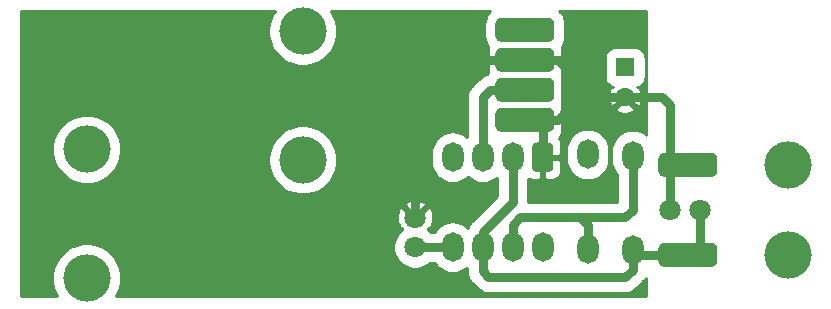
<source format=gbr>
G04 #@! TF.GenerationSoftware,KiCad,Pcbnew,5.1.5+dfsg1-2build2*
G04 #@! TF.CreationDate,2022-07-20T01:20:36+02:00*
G04 #@! TF.ProjectId,CapacitiveSensor,43617061-6369-4746-9976-6553656e736f,rev?*
G04 #@! TF.SameCoordinates,Original*
G04 #@! TF.FileFunction,Copper,L1,Top*
G04 #@! TF.FilePolarity,Positive*
%FSLAX46Y46*%
G04 Gerber Fmt 4.6, Leading zero omitted, Abs format (unit mm)*
G04 Created by KiCad (PCBNEW 5.1.5+dfsg1-2build2) date 2022-07-20 01:20:36*
%MOMM*%
%LPD*%
G04 APERTURE LIST*
%ADD10C,4.000000*%
%ADD11C,0.100000*%
%ADD12O,1.800000X2.500000*%
%ADD13C,1.800000*%
%ADD14C,1.600000*%
%ADD15R,1.600000X1.600000*%
%ADD16C,0.800000*%
%ADD17C,0.254000*%
G04 APERTURE END LIST*
D10*
X85565000Y-69830000D03*
X85565000Y-62230000D03*
G04 #@! TA.AperFunction,ComponentPad*
D11*
G36*
X79114009Y-61232408D02*
G01*
X79162545Y-61239607D01*
X79210142Y-61251530D01*
X79256342Y-61268060D01*
X79300698Y-61289039D01*
X79342785Y-61314265D01*
X79382197Y-61343495D01*
X79418553Y-61376447D01*
X79451505Y-61412803D01*
X79480735Y-61452215D01*
X79505961Y-61494302D01*
X79526940Y-61538658D01*
X79543470Y-61584858D01*
X79555393Y-61632455D01*
X79562592Y-61680991D01*
X79565000Y-61730000D01*
X79565000Y-62730000D01*
X79562592Y-62779009D01*
X79555393Y-62827545D01*
X79543470Y-62875142D01*
X79526940Y-62921342D01*
X79505961Y-62965698D01*
X79480735Y-63007785D01*
X79451505Y-63047197D01*
X79418553Y-63083553D01*
X79382197Y-63116505D01*
X79342785Y-63145735D01*
X79300698Y-63170961D01*
X79256342Y-63191940D01*
X79210142Y-63208470D01*
X79162545Y-63220393D01*
X79114009Y-63227592D01*
X79065000Y-63230000D01*
X75065000Y-63230000D01*
X75015991Y-63227592D01*
X74967455Y-63220393D01*
X74919858Y-63208470D01*
X74873658Y-63191940D01*
X74829302Y-63170961D01*
X74787215Y-63145735D01*
X74747803Y-63116505D01*
X74711447Y-63083553D01*
X74678495Y-63047197D01*
X74649265Y-63007785D01*
X74624039Y-62965698D01*
X74603060Y-62921342D01*
X74586530Y-62875142D01*
X74574607Y-62827545D01*
X74567408Y-62779009D01*
X74565000Y-62730000D01*
X74565000Y-61730000D01*
X74567408Y-61680991D01*
X74574607Y-61632455D01*
X74586530Y-61584858D01*
X74603060Y-61538658D01*
X74624039Y-61494302D01*
X74649265Y-61452215D01*
X74678495Y-61412803D01*
X74711447Y-61376447D01*
X74747803Y-61343495D01*
X74787215Y-61314265D01*
X74829302Y-61289039D01*
X74873658Y-61268060D01*
X74919858Y-61251530D01*
X74967455Y-61239607D01*
X75015991Y-61232408D01*
X75065000Y-61230000D01*
X79065000Y-61230000D01*
X79114009Y-61232408D01*
G37*
G04 #@! TD.AperFunction*
G04 #@! TA.AperFunction,ComponentPad*
G36*
X79114009Y-68852408D02*
G01*
X79162545Y-68859607D01*
X79210142Y-68871530D01*
X79256342Y-68888060D01*
X79300698Y-68909039D01*
X79342785Y-68934265D01*
X79382197Y-68963495D01*
X79418553Y-68996447D01*
X79451505Y-69032803D01*
X79480735Y-69072215D01*
X79505961Y-69114302D01*
X79526940Y-69158658D01*
X79543470Y-69204858D01*
X79555393Y-69252455D01*
X79562592Y-69300991D01*
X79565000Y-69350000D01*
X79565000Y-70350000D01*
X79562592Y-70399009D01*
X79555393Y-70447545D01*
X79543470Y-70495142D01*
X79526940Y-70541342D01*
X79505961Y-70585698D01*
X79480735Y-70627785D01*
X79451505Y-70667197D01*
X79418553Y-70703553D01*
X79382197Y-70736505D01*
X79342785Y-70765735D01*
X79300698Y-70790961D01*
X79256342Y-70811940D01*
X79210142Y-70828470D01*
X79162545Y-70840393D01*
X79114009Y-70847592D01*
X79065000Y-70850000D01*
X75065000Y-70850000D01*
X75015991Y-70847592D01*
X74967455Y-70840393D01*
X74919858Y-70828470D01*
X74873658Y-70811940D01*
X74829302Y-70790961D01*
X74787215Y-70765735D01*
X74747803Y-70736505D01*
X74711447Y-70703553D01*
X74678495Y-70667197D01*
X74649265Y-70627785D01*
X74624039Y-70585698D01*
X74603060Y-70541342D01*
X74586530Y-70495142D01*
X74574607Y-70447545D01*
X74567408Y-70399009D01*
X74565000Y-70350000D01*
X74565000Y-69350000D01*
X74567408Y-69300991D01*
X74574607Y-69252455D01*
X74586530Y-69204858D01*
X74603060Y-69158658D01*
X74624039Y-69114302D01*
X74649265Y-69072215D01*
X74678495Y-69032803D01*
X74711447Y-68996447D01*
X74747803Y-68963495D01*
X74787215Y-68934265D01*
X74829302Y-68909039D01*
X74873658Y-68888060D01*
X74919858Y-68871530D01*
X74967455Y-68859607D01*
X75015991Y-68852408D01*
X75065000Y-68850000D01*
X79065000Y-68850000D01*
X79114009Y-68852408D01*
G37*
G04 #@! TD.AperFunction*
D10*
X26170000Y-60920000D03*
X26170000Y-71820000D03*
X44470000Y-61820000D03*
X44470000Y-50920000D03*
G04 #@! TA.AperFunction,ComponentPad*
D11*
G36*
X65264108Y-60347167D02*
G01*
X65307791Y-60353647D01*
X65350628Y-60364377D01*
X65392208Y-60379254D01*
X65432129Y-60398135D01*
X65470007Y-60420839D01*
X65505477Y-60447145D01*
X65538198Y-60476802D01*
X65567855Y-60509523D01*
X65594161Y-60544993D01*
X65616865Y-60582871D01*
X65635746Y-60622792D01*
X65650623Y-60664372D01*
X65661353Y-60707209D01*
X65667833Y-60750892D01*
X65670000Y-60795000D01*
X65670000Y-62395000D01*
X65667833Y-62439108D01*
X65661353Y-62482791D01*
X65650623Y-62525628D01*
X65635746Y-62567208D01*
X65616865Y-62607129D01*
X65594161Y-62645007D01*
X65567855Y-62680477D01*
X65538198Y-62713198D01*
X65505477Y-62742855D01*
X65470007Y-62769161D01*
X65432129Y-62791865D01*
X65392208Y-62810746D01*
X65350628Y-62825623D01*
X65307791Y-62836353D01*
X65264108Y-62842833D01*
X65220000Y-62845000D01*
X64320000Y-62845000D01*
X64275892Y-62842833D01*
X64232209Y-62836353D01*
X64189372Y-62825623D01*
X64147792Y-62810746D01*
X64107871Y-62791865D01*
X64069993Y-62769161D01*
X64034523Y-62742855D01*
X64001802Y-62713198D01*
X63972145Y-62680477D01*
X63945839Y-62645007D01*
X63923135Y-62607129D01*
X63904254Y-62567208D01*
X63889377Y-62525628D01*
X63878647Y-62482791D01*
X63872167Y-62439108D01*
X63870000Y-62395000D01*
X63870000Y-60795000D01*
X63872167Y-60750892D01*
X63878647Y-60707209D01*
X63889377Y-60664372D01*
X63904254Y-60622792D01*
X63923135Y-60582871D01*
X63945839Y-60544993D01*
X63972145Y-60509523D01*
X64001802Y-60476802D01*
X64034523Y-60447145D01*
X64069993Y-60420839D01*
X64107871Y-60398135D01*
X64147792Y-60379254D01*
X64189372Y-60364377D01*
X64232209Y-60353647D01*
X64275892Y-60347167D01*
X64320000Y-60345000D01*
X65220000Y-60345000D01*
X65264108Y-60347167D01*
G37*
G04 #@! TD.AperFunction*
D12*
X57150000Y-69215000D03*
X62230000Y-61595000D03*
X59690000Y-69215000D03*
X59690000Y-61595000D03*
X62230000Y-69215000D03*
X57150000Y-61595000D03*
X64770000Y-69215000D03*
D13*
X53975000Y-69215000D03*
X53975000Y-66715000D03*
X78065000Y-66040000D03*
X75565000Y-66040000D03*
G04 #@! TA.AperFunction,ComponentPad*
D11*
G36*
X65319009Y-49802408D02*
G01*
X65367545Y-49809607D01*
X65415142Y-49821530D01*
X65461342Y-49838060D01*
X65505698Y-49859039D01*
X65547785Y-49884265D01*
X65587197Y-49913495D01*
X65623553Y-49946447D01*
X65656505Y-49982803D01*
X65685735Y-50022215D01*
X65710961Y-50064302D01*
X65731940Y-50108658D01*
X65748470Y-50154858D01*
X65760393Y-50202455D01*
X65767592Y-50250991D01*
X65770000Y-50300000D01*
X65770000Y-51300000D01*
X65767592Y-51349009D01*
X65760393Y-51397545D01*
X65748470Y-51445142D01*
X65731940Y-51491342D01*
X65710961Y-51535698D01*
X65685735Y-51577785D01*
X65656505Y-51617197D01*
X65623553Y-51653553D01*
X65587197Y-51686505D01*
X65547785Y-51715735D01*
X65505698Y-51740961D01*
X65461342Y-51761940D01*
X65415142Y-51778470D01*
X65367545Y-51790393D01*
X65319009Y-51797592D01*
X65270000Y-51800000D01*
X61270000Y-51800000D01*
X61220991Y-51797592D01*
X61172455Y-51790393D01*
X61124858Y-51778470D01*
X61078658Y-51761940D01*
X61034302Y-51740961D01*
X60992215Y-51715735D01*
X60952803Y-51686505D01*
X60916447Y-51653553D01*
X60883495Y-51617197D01*
X60854265Y-51577785D01*
X60829039Y-51535698D01*
X60808060Y-51491342D01*
X60791530Y-51445142D01*
X60779607Y-51397545D01*
X60772408Y-51349009D01*
X60770000Y-51300000D01*
X60770000Y-50300000D01*
X60772408Y-50250991D01*
X60779607Y-50202455D01*
X60791530Y-50154858D01*
X60808060Y-50108658D01*
X60829039Y-50064302D01*
X60854265Y-50022215D01*
X60883495Y-49982803D01*
X60916447Y-49946447D01*
X60952803Y-49913495D01*
X60992215Y-49884265D01*
X61034302Y-49859039D01*
X61078658Y-49838060D01*
X61124858Y-49821530D01*
X61172455Y-49809607D01*
X61220991Y-49802408D01*
X61270000Y-49800000D01*
X65270000Y-49800000D01*
X65319009Y-49802408D01*
G37*
G04 #@! TD.AperFunction*
G04 #@! TA.AperFunction,ComponentPad*
G36*
X65319009Y-52342408D02*
G01*
X65367545Y-52349607D01*
X65415142Y-52361530D01*
X65461342Y-52378060D01*
X65505698Y-52399039D01*
X65547785Y-52424265D01*
X65587197Y-52453495D01*
X65623553Y-52486447D01*
X65656505Y-52522803D01*
X65685735Y-52562215D01*
X65710961Y-52604302D01*
X65731940Y-52648658D01*
X65748470Y-52694858D01*
X65760393Y-52742455D01*
X65767592Y-52790991D01*
X65770000Y-52840000D01*
X65770000Y-53840000D01*
X65767592Y-53889009D01*
X65760393Y-53937545D01*
X65748470Y-53985142D01*
X65731940Y-54031342D01*
X65710961Y-54075698D01*
X65685735Y-54117785D01*
X65656505Y-54157197D01*
X65623553Y-54193553D01*
X65587197Y-54226505D01*
X65547785Y-54255735D01*
X65505698Y-54280961D01*
X65461342Y-54301940D01*
X65415142Y-54318470D01*
X65367545Y-54330393D01*
X65319009Y-54337592D01*
X65270000Y-54340000D01*
X61270000Y-54340000D01*
X61220991Y-54337592D01*
X61172455Y-54330393D01*
X61124858Y-54318470D01*
X61078658Y-54301940D01*
X61034302Y-54280961D01*
X60992215Y-54255735D01*
X60952803Y-54226505D01*
X60916447Y-54193553D01*
X60883495Y-54157197D01*
X60854265Y-54117785D01*
X60829039Y-54075698D01*
X60808060Y-54031342D01*
X60791530Y-53985142D01*
X60779607Y-53937545D01*
X60772408Y-53889009D01*
X60770000Y-53840000D01*
X60770000Y-52840000D01*
X60772408Y-52790991D01*
X60779607Y-52742455D01*
X60791530Y-52694858D01*
X60808060Y-52648658D01*
X60829039Y-52604302D01*
X60854265Y-52562215D01*
X60883495Y-52522803D01*
X60916447Y-52486447D01*
X60952803Y-52453495D01*
X60992215Y-52424265D01*
X61034302Y-52399039D01*
X61078658Y-52378060D01*
X61124858Y-52361530D01*
X61172455Y-52349607D01*
X61220991Y-52342408D01*
X61270000Y-52340000D01*
X65270000Y-52340000D01*
X65319009Y-52342408D01*
G37*
G04 #@! TD.AperFunction*
G04 #@! TA.AperFunction,ComponentPad*
G36*
X65319009Y-54882408D02*
G01*
X65367545Y-54889607D01*
X65415142Y-54901530D01*
X65461342Y-54918060D01*
X65505698Y-54939039D01*
X65547785Y-54964265D01*
X65587197Y-54993495D01*
X65623553Y-55026447D01*
X65656505Y-55062803D01*
X65685735Y-55102215D01*
X65710961Y-55144302D01*
X65731940Y-55188658D01*
X65748470Y-55234858D01*
X65760393Y-55282455D01*
X65767592Y-55330991D01*
X65770000Y-55380000D01*
X65770000Y-56380000D01*
X65767592Y-56429009D01*
X65760393Y-56477545D01*
X65748470Y-56525142D01*
X65731940Y-56571342D01*
X65710961Y-56615698D01*
X65685735Y-56657785D01*
X65656505Y-56697197D01*
X65623553Y-56733553D01*
X65587197Y-56766505D01*
X65547785Y-56795735D01*
X65505698Y-56820961D01*
X65461342Y-56841940D01*
X65415142Y-56858470D01*
X65367545Y-56870393D01*
X65319009Y-56877592D01*
X65270000Y-56880000D01*
X61270000Y-56880000D01*
X61220991Y-56877592D01*
X61172455Y-56870393D01*
X61124858Y-56858470D01*
X61078658Y-56841940D01*
X61034302Y-56820961D01*
X60992215Y-56795735D01*
X60952803Y-56766505D01*
X60916447Y-56733553D01*
X60883495Y-56697197D01*
X60854265Y-56657785D01*
X60829039Y-56615698D01*
X60808060Y-56571342D01*
X60791530Y-56525142D01*
X60779607Y-56477545D01*
X60772408Y-56429009D01*
X60770000Y-56380000D01*
X60770000Y-55380000D01*
X60772408Y-55330991D01*
X60779607Y-55282455D01*
X60791530Y-55234858D01*
X60808060Y-55188658D01*
X60829039Y-55144302D01*
X60854265Y-55102215D01*
X60883495Y-55062803D01*
X60916447Y-55026447D01*
X60952803Y-54993495D01*
X60992215Y-54964265D01*
X61034302Y-54939039D01*
X61078658Y-54918060D01*
X61124858Y-54901530D01*
X61172455Y-54889607D01*
X61220991Y-54882408D01*
X61270000Y-54880000D01*
X65270000Y-54880000D01*
X65319009Y-54882408D01*
G37*
G04 #@! TD.AperFunction*
G04 #@! TA.AperFunction,ComponentPad*
G36*
X65319009Y-57422408D02*
G01*
X65367545Y-57429607D01*
X65415142Y-57441530D01*
X65461342Y-57458060D01*
X65505698Y-57479039D01*
X65547785Y-57504265D01*
X65587197Y-57533495D01*
X65623553Y-57566447D01*
X65656505Y-57602803D01*
X65685735Y-57642215D01*
X65710961Y-57684302D01*
X65731940Y-57728658D01*
X65748470Y-57774858D01*
X65760393Y-57822455D01*
X65767592Y-57870991D01*
X65770000Y-57920000D01*
X65770000Y-58920000D01*
X65767592Y-58969009D01*
X65760393Y-59017545D01*
X65748470Y-59065142D01*
X65731940Y-59111342D01*
X65710961Y-59155698D01*
X65685735Y-59197785D01*
X65656505Y-59237197D01*
X65623553Y-59273553D01*
X65587197Y-59306505D01*
X65547785Y-59335735D01*
X65505698Y-59360961D01*
X65461342Y-59381940D01*
X65415142Y-59398470D01*
X65367545Y-59410393D01*
X65319009Y-59417592D01*
X65270000Y-59420000D01*
X61270000Y-59420000D01*
X61220991Y-59417592D01*
X61172455Y-59410393D01*
X61124858Y-59398470D01*
X61078658Y-59381940D01*
X61034302Y-59360961D01*
X60992215Y-59335735D01*
X60952803Y-59306505D01*
X60916447Y-59273553D01*
X60883495Y-59237197D01*
X60854265Y-59197785D01*
X60829039Y-59155698D01*
X60808060Y-59111342D01*
X60791530Y-59065142D01*
X60779607Y-59017545D01*
X60772408Y-58969009D01*
X60770000Y-58920000D01*
X60770000Y-57920000D01*
X60772408Y-57870991D01*
X60779607Y-57822455D01*
X60791530Y-57774858D01*
X60808060Y-57728658D01*
X60829039Y-57684302D01*
X60854265Y-57642215D01*
X60883495Y-57602803D01*
X60916447Y-57566447D01*
X60952803Y-57533495D01*
X60992215Y-57504265D01*
X61034302Y-57479039D01*
X61078658Y-57458060D01*
X61124858Y-57441530D01*
X61172455Y-57429607D01*
X61220991Y-57422408D01*
X61270000Y-57420000D01*
X65270000Y-57420000D01*
X65319009Y-57422408D01*
G37*
G04 #@! TD.AperFunction*
D12*
X72390000Y-69460000D03*
X72390000Y-61460000D03*
X68580000Y-69350000D03*
X68580000Y-61350000D03*
D14*
X71755000Y-56475000D03*
D15*
X71755000Y-53975000D03*
D16*
X62230000Y-69215000D02*
X62230000Y-67310000D01*
X62230000Y-67310000D02*
X62865000Y-66675000D01*
X62865000Y-66675000D02*
X67945000Y-66675000D01*
X67945000Y-66675000D02*
X68580000Y-67310000D01*
X68580000Y-67310000D02*
X68580000Y-69850000D01*
X72390000Y-60960000D02*
X72390000Y-66040000D01*
X71755000Y-66675000D02*
X67945000Y-66675000D01*
X72390000Y-66040000D02*
X71755000Y-66675000D01*
X59690000Y-71265000D02*
X60180000Y-71755000D01*
X59690000Y-69215000D02*
X59690000Y-71265000D01*
X60180000Y-71755000D02*
X71755000Y-71755000D01*
X71755000Y-71755000D02*
X72390000Y-71120000D01*
X72390000Y-71120000D02*
X72390000Y-69960000D01*
X72500000Y-69850000D02*
X72390000Y-69960000D01*
X75565000Y-69850000D02*
X72500000Y-69850000D01*
X75565000Y-69850000D02*
X77470000Y-69850000D01*
X78065000Y-69255000D02*
X78065000Y-66040000D01*
X77470000Y-69850000D02*
X78065000Y-69255000D01*
X59690000Y-67945000D02*
X59690000Y-69215000D01*
X62230000Y-65405000D02*
X59690000Y-67945000D01*
X62230000Y-61595000D02*
X62230000Y-65405000D01*
X60325000Y-55880000D02*
X64770000Y-55880000D01*
X59690000Y-56515000D02*
X60325000Y-55880000D01*
X59690000Y-61595000D02*
X59690000Y-56515000D01*
X53975000Y-69215000D02*
X57150000Y-69215000D01*
X64770000Y-53340000D02*
X66040000Y-53340000D01*
X66040000Y-53340000D02*
X66675000Y-53975000D01*
X66040000Y-58420000D02*
X64770000Y-58420000D01*
X66675000Y-57785000D02*
X66040000Y-58420000D01*
X71755000Y-56475000D02*
X67270000Y-56475000D01*
X67270000Y-56475000D02*
X66675000Y-55880000D01*
X66675000Y-55880000D02*
X66675000Y-57785000D01*
X66675000Y-53975000D02*
X66675000Y-55880000D01*
X75565000Y-66040000D02*
X75565000Y-62230000D01*
X75565000Y-62230000D02*
X75565000Y-57150000D01*
X74890000Y-56475000D02*
X71755000Y-56475000D01*
X75565000Y-57150000D02*
X74890000Y-56475000D01*
X64770000Y-53340000D02*
X60325000Y-53340000D01*
X53975000Y-66715000D02*
X53975000Y-59690000D01*
X53975000Y-59690000D02*
X54610000Y-59055000D01*
X54610000Y-59055000D02*
X57150000Y-59055000D01*
X57150000Y-59055000D02*
X57785000Y-58420000D01*
X57785000Y-58420000D02*
X57785000Y-53975000D01*
X58420000Y-53340000D02*
X60325000Y-53340000D01*
X57785000Y-53975000D02*
X58420000Y-53340000D01*
X64770000Y-61595000D02*
X64770000Y-58420000D01*
D17*
G36*
X41876126Y-49533545D02*
G01*
X41655482Y-50066225D01*
X41543000Y-50631716D01*
X41543000Y-51208284D01*
X41655482Y-51773775D01*
X41876126Y-52306455D01*
X42196450Y-52785854D01*
X42604146Y-53193550D01*
X43083545Y-53513874D01*
X43616225Y-53734518D01*
X44181716Y-53847000D01*
X44758284Y-53847000D01*
X45323775Y-53734518D01*
X45856455Y-53513874D01*
X46335854Y-53193550D01*
X46743550Y-52785854D01*
X47063874Y-52306455D01*
X47284518Y-51773775D01*
X47397000Y-51208284D01*
X47397000Y-50631716D01*
X47284518Y-50066225D01*
X47063874Y-49533545D01*
X46849025Y-49212000D01*
X60350134Y-49212000D01*
X60257787Y-49287787D01*
X60079764Y-49504710D01*
X59947480Y-49752194D01*
X59866021Y-50020731D01*
X59838515Y-50300000D01*
X59838515Y-51300000D01*
X59866021Y-51579269D01*
X59947480Y-51847806D01*
X60079764Y-52095290D01*
X60153430Y-52185052D01*
X60144188Y-52215518D01*
X60131928Y-52340000D01*
X60135000Y-53054250D01*
X60293750Y-53213000D01*
X63143000Y-53213000D01*
X63143000Y-53193000D01*
X63397000Y-53193000D01*
X63397000Y-53213000D01*
X66246250Y-53213000D01*
X66284250Y-53175000D01*
X70023515Y-53175000D01*
X70023515Y-54775000D01*
X70041413Y-54956724D01*
X70094420Y-55131464D01*
X70180499Y-55292505D01*
X70296341Y-55433659D01*
X70437495Y-55549501D01*
X70598536Y-55635580D01*
X70723163Y-55673385D01*
X70518329Y-55733486D01*
X70397429Y-55988996D01*
X70328700Y-56263184D01*
X70314783Y-56545512D01*
X70356213Y-56825130D01*
X70451397Y-57091292D01*
X70518329Y-57216514D01*
X70762298Y-57288097D01*
X71575395Y-56475000D01*
X71561253Y-56460858D01*
X71740858Y-56281253D01*
X71755000Y-56295395D01*
X71769143Y-56281253D01*
X71948748Y-56460858D01*
X71934605Y-56475000D01*
X72747702Y-57288097D01*
X72991671Y-57216514D01*
X73112571Y-56961004D01*
X73181300Y-56686816D01*
X73195217Y-56404488D01*
X73153787Y-56124870D01*
X73058603Y-55858708D01*
X72991671Y-55733486D01*
X72786837Y-55673385D01*
X72911464Y-55635580D01*
X73072505Y-55549501D01*
X73213659Y-55433659D01*
X73329501Y-55292505D01*
X73415580Y-55131464D01*
X73468587Y-54956724D01*
X73486485Y-54775000D01*
X73486485Y-53175000D01*
X73468587Y-52993276D01*
X73415580Y-52818536D01*
X73329501Y-52657495D01*
X73213659Y-52516341D01*
X73072505Y-52400499D01*
X72911464Y-52314420D01*
X72736724Y-52261413D01*
X72555000Y-52243515D01*
X70955000Y-52243515D01*
X70773276Y-52261413D01*
X70598536Y-52314420D01*
X70437495Y-52400499D01*
X70296341Y-52516341D01*
X70180499Y-52657495D01*
X70094420Y-52818536D01*
X70041413Y-52993276D01*
X70023515Y-53175000D01*
X66284250Y-53175000D01*
X66405000Y-53054250D01*
X66408072Y-52340000D01*
X66395812Y-52215518D01*
X66386570Y-52185052D01*
X66460236Y-52095290D01*
X66592520Y-51847806D01*
X66673979Y-51579269D01*
X66701485Y-51300000D01*
X66701485Y-50300000D01*
X66673979Y-50020731D01*
X66592520Y-49752194D01*
X66460236Y-49504710D01*
X66282213Y-49287787D01*
X66189866Y-49212000D01*
X73533000Y-49212000D01*
X73533000Y-59684549D01*
X73409938Y-59583555D01*
X73092546Y-59413905D01*
X72748155Y-59309435D01*
X72390000Y-59274160D01*
X72031846Y-59309435D01*
X71687455Y-59413905D01*
X71370063Y-59583555D01*
X71091866Y-59811865D01*
X70863555Y-60090062D01*
X70693905Y-60407454D01*
X70589435Y-60751845D01*
X70563000Y-61020245D01*
X70563000Y-61899754D01*
X70589435Y-62168154D01*
X70693905Y-62512545D01*
X70863555Y-62829937D01*
X71063000Y-63072963D01*
X71063001Y-65348000D01*
X68010174Y-65348000D01*
X67945000Y-65341581D01*
X67879826Y-65348000D01*
X63557805Y-65348000D01*
X63557000Y-65339829D01*
X63557000Y-63397716D01*
X63625820Y-63434502D01*
X63745518Y-63470812D01*
X63870000Y-63483072D01*
X64484250Y-63480000D01*
X64643000Y-63321250D01*
X64643000Y-61722000D01*
X64897000Y-61722000D01*
X64897000Y-63321250D01*
X65055750Y-63480000D01*
X65670000Y-63483072D01*
X65794482Y-63470812D01*
X65914180Y-63434502D01*
X66024494Y-63375537D01*
X66121185Y-63296185D01*
X66200537Y-63199494D01*
X66259502Y-63089180D01*
X66295812Y-62969482D01*
X66308072Y-62845000D01*
X66305000Y-61880750D01*
X66146250Y-61722000D01*
X64897000Y-61722000D01*
X64643000Y-61722000D01*
X64623000Y-61722000D01*
X64623000Y-61468000D01*
X64643000Y-61468000D01*
X64643000Y-61448000D01*
X64897000Y-61448000D01*
X64897000Y-61468000D01*
X66146250Y-61468000D01*
X66305000Y-61309250D01*
X66306271Y-60910245D01*
X66753000Y-60910245D01*
X66753000Y-61789754D01*
X66779435Y-62058154D01*
X66883905Y-62402545D01*
X67053555Y-62719937D01*
X67281865Y-62998135D01*
X67560062Y-63226445D01*
X67877454Y-63396095D01*
X68221845Y-63500565D01*
X68580000Y-63535840D01*
X68938154Y-63500565D01*
X69282545Y-63396095D01*
X69599937Y-63226445D01*
X69878135Y-62998135D01*
X70106445Y-62719938D01*
X70276095Y-62402546D01*
X70380565Y-62058155D01*
X70407000Y-61789755D01*
X70407000Y-60910246D01*
X70380565Y-60641845D01*
X70276095Y-60297454D01*
X70106445Y-59980062D01*
X69878135Y-59701865D01*
X69599938Y-59473555D01*
X69282546Y-59303905D01*
X68938155Y-59199435D01*
X68580000Y-59164160D01*
X68221846Y-59199435D01*
X67877455Y-59303905D01*
X67560063Y-59473555D01*
X67281866Y-59701865D01*
X67053555Y-59980062D01*
X66883905Y-60297454D01*
X66779435Y-60641845D01*
X66753000Y-60910245D01*
X66306271Y-60910245D01*
X66308072Y-60345000D01*
X66295812Y-60220518D01*
X66259502Y-60100820D01*
X66200537Y-59990506D01*
X66150333Y-59929332D01*
X66221185Y-59871185D01*
X66300537Y-59774494D01*
X66359502Y-59664180D01*
X66395812Y-59544482D01*
X66408072Y-59420000D01*
X66405000Y-58705750D01*
X66246250Y-58547000D01*
X63397000Y-58547000D01*
X63397000Y-58567000D01*
X63143000Y-58567000D01*
X63143000Y-58547000D01*
X63123000Y-58547000D01*
X63123000Y-58293000D01*
X63143000Y-58293000D01*
X63143000Y-58273000D01*
X63397000Y-58273000D01*
X63397000Y-58293000D01*
X66246250Y-58293000D01*
X66405000Y-58134250D01*
X66407866Y-57467702D01*
X70941903Y-57467702D01*
X71013486Y-57711671D01*
X71268996Y-57832571D01*
X71543184Y-57901300D01*
X71825512Y-57915217D01*
X72105130Y-57873787D01*
X72371292Y-57778603D01*
X72496514Y-57711671D01*
X72568097Y-57467702D01*
X71755000Y-56654605D01*
X70941903Y-57467702D01*
X66407866Y-57467702D01*
X66408072Y-57420000D01*
X66395812Y-57295518D01*
X66386570Y-57265052D01*
X66460236Y-57175290D01*
X66592520Y-56927806D01*
X66673979Y-56659269D01*
X66701485Y-56380000D01*
X66701485Y-55380000D01*
X66673979Y-55100731D01*
X66592520Y-54832194D01*
X66460236Y-54584710D01*
X66386570Y-54494948D01*
X66395812Y-54464482D01*
X66408072Y-54340000D01*
X66405000Y-53625750D01*
X66246250Y-53467000D01*
X63397000Y-53467000D01*
X63397000Y-53487000D01*
X63143000Y-53487000D01*
X63143000Y-53467000D01*
X60293750Y-53467000D01*
X60135000Y-53625750D01*
X60131928Y-54340000D01*
X60144188Y-54464482D01*
X60153430Y-54494948D01*
X60092243Y-54569504D01*
X60064863Y-54572201D01*
X59814722Y-54648081D01*
X59584192Y-54771302D01*
X59463274Y-54870537D01*
X59382130Y-54937130D01*
X59340579Y-54987761D01*
X58797760Y-55530580D01*
X58747131Y-55572130D01*
X58705580Y-55622760D01*
X58705578Y-55622762D01*
X58581302Y-55774192D01*
X58458081Y-56004723D01*
X58382202Y-56254863D01*
X58356581Y-56515000D01*
X58363001Y-56580184D01*
X58363000Y-59876997D01*
X58169938Y-59718555D01*
X57852546Y-59548905D01*
X57508155Y-59444435D01*
X57150000Y-59409160D01*
X56791846Y-59444435D01*
X56447455Y-59548905D01*
X56130063Y-59718555D01*
X55851866Y-59946865D01*
X55623555Y-60225062D01*
X55453905Y-60542454D01*
X55349435Y-60886845D01*
X55323000Y-61155245D01*
X55323000Y-62034754D01*
X55349435Y-62303154D01*
X55453905Y-62647545D01*
X55623555Y-62964937D01*
X55851865Y-63243135D01*
X56130062Y-63471445D01*
X56447454Y-63641095D01*
X56791845Y-63745565D01*
X57150000Y-63780840D01*
X57508154Y-63745565D01*
X57852545Y-63641095D01*
X58169937Y-63471445D01*
X58420000Y-63266225D01*
X58670062Y-63471445D01*
X58987454Y-63641095D01*
X59331845Y-63745565D01*
X59690000Y-63780840D01*
X60048154Y-63745565D01*
X60392545Y-63641095D01*
X60709937Y-63471445D01*
X60903000Y-63313003D01*
X60903001Y-64855338D01*
X58797765Y-66960575D01*
X58747130Y-67002130D01*
X58705578Y-67052762D01*
X58581302Y-67204192D01*
X58525049Y-67309435D01*
X58458081Y-67434723D01*
X58426657Y-67538313D01*
X58420000Y-67543776D01*
X58169938Y-67338555D01*
X57852546Y-67168905D01*
X57508155Y-67064435D01*
X57150000Y-67029160D01*
X56791846Y-67064435D01*
X56447455Y-67168905D01*
X56130063Y-67338555D01*
X55851866Y-67566865D01*
X55623555Y-67845062D01*
X55600604Y-67888000D01*
X55231769Y-67888000D01*
X55139645Y-67795876D01*
X55100639Y-67769813D01*
X55155030Y-67715422D01*
X55039082Y-67599474D01*
X55293261Y-67515792D01*
X55424158Y-67243225D01*
X55499365Y-66950358D01*
X55515991Y-66648447D01*
X55473397Y-66349093D01*
X55373222Y-66063801D01*
X55293261Y-65914208D01*
X55039080Y-65830525D01*
X54154605Y-66715000D01*
X54168748Y-66729143D01*
X53989143Y-66908748D01*
X53975000Y-66894605D01*
X53960858Y-66908748D01*
X53781253Y-66729143D01*
X53795395Y-66715000D01*
X52910920Y-65830525D01*
X52656739Y-65914208D01*
X52525842Y-66186775D01*
X52450635Y-66479642D01*
X52434009Y-66781553D01*
X52476603Y-67080907D01*
X52576778Y-67366199D01*
X52656739Y-67515792D01*
X52910918Y-67599474D01*
X52794970Y-67715422D01*
X52849361Y-67769813D01*
X52810355Y-67795876D01*
X52555876Y-68050355D01*
X52355934Y-68349591D01*
X52218211Y-68682084D01*
X52148000Y-69035056D01*
X52148000Y-69394944D01*
X52218211Y-69747916D01*
X52355934Y-70080409D01*
X52555876Y-70379645D01*
X52810355Y-70634124D01*
X53109591Y-70834066D01*
X53442084Y-70971789D01*
X53795056Y-71042000D01*
X54154944Y-71042000D01*
X54507916Y-70971789D01*
X54840409Y-70834066D01*
X55139645Y-70634124D01*
X55231769Y-70542000D01*
X55600605Y-70542000D01*
X55623555Y-70584937D01*
X55851865Y-70863135D01*
X56130062Y-71091445D01*
X56447454Y-71261095D01*
X56791845Y-71365565D01*
X57150000Y-71400840D01*
X57508154Y-71365565D01*
X57852545Y-71261095D01*
X58169937Y-71091445D01*
X58363001Y-70933002D01*
X58363001Y-71199817D01*
X58356581Y-71265000D01*
X58382202Y-71525137D01*
X58458081Y-71775277D01*
X58581302Y-72005808D01*
X58705578Y-72157238D01*
X58747131Y-72207870D01*
X58797761Y-72249421D01*
X59195575Y-72647235D01*
X59237130Y-72697870D01*
X59439192Y-72863698D01*
X59669722Y-72986919D01*
X59919863Y-73062799D01*
X60114816Y-73082000D01*
X60114826Y-73082000D01*
X60180000Y-73088419D01*
X60245174Y-73082000D01*
X71689826Y-73082000D01*
X71755000Y-73088419D01*
X71820174Y-73082000D01*
X71820184Y-73082000D01*
X72015137Y-73062799D01*
X72265278Y-72986919D01*
X72495808Y-72863698D01*
X72697870Y-72697870D01*
X72739425Y-72647235D01*
X73282241Y-72104420D01*
X73332870Y-72062870D01*
X73498698Y-71860808D01*
X73533000Y-71796634D01*
X73533000Y-73343000D01*
X28672638Y-73343000D01*
X28763874Y-73206455D01*
X28984518Y-72673775D01*
X29097000Y-72108284D01*
X29097000Y-71531716D01*
X28984518Y-70966225D01*
X28763874Y-70433545D01*
X28443550Y-69954146D01*
X28035854Y-69546450D01*
X27556455Y-69226126D01*
X27023775Y-69005482D01*
X26458284Y-68893000D01*
X25881716Y-68893000D01*
X25316225Y-69005482D01*
X24783545Y-69226126D01*
X24304146Y-69546450D01*
X23896450Y-69954146D01*
X23576126Y-70433545D01*
X23355482Y-70966225D01*
X23243000Y-71531716D01*
X23243000Y-72108284D01*
X23355482Y-72673775D01*
X23576126Y-73206455D01*
X23667362Y-73343000D01*
X20637000Y-73343000D01*
X20637000Y-65650920D01*
X53090525Y-65650920D01*
X53975000Y-66535395D01*
X54859475Y-65650920D01*
X54775792Y-65396739D01*
X54503225Y-65265842D01*
X54210358Y-65190635D01*
X53908447Y-65174009D01*
X53609093Y-65216603D01*
X53323801Y-65316778D01*
X53174208Y-65396739D01*
X53090525Y-65650920D01*
X20637000Y-65650920D01*
X20637000Y-60631716D01*
X23243000Y-60631716D01*
X23243000Y-61208284D01*
X23355482Y-61773775D01*
X23576126Y-62306455D01*
X23896450Y-62785854D01*
X24304146Y-63193550D01*
X24783545Y-63513874D01*
X25316225Y-63734518D01*
X25881716Y-63847000D01*
X26458284Y-63847000D01*
X27023775Y-63734518D01*
X27556455Y-63513874D01*
X28035854Y-63193550D01*
X28443550Y-62785854D01*
X28763874Y-62306455D01*
X28984518Y-61773775D01*
X29032666Y-61531716D01*
X41543000Y-61531716D01*
X41543000Y-62108284D01*
X41655482Y-62673775D01*
X41876126Y-63206455D01*
X42196450Y-63685854D01*
X42604146Y-64093550D01*
X43083545Y-64413874D01*
X43616225Y-64634518D01*
X44181716Y-64747000D01*
X44758284Y-64747000D01*
X45323775Y-64634518D01*
X45856455Y-64413874D01*
X46335854Y-64093550D01*
X46743550Y-63685854D01*
X47063874Y-63206455D01*
X47284518Y-62673775D01*
X47397000Y-62108284D01*
X47397000Y-61531716D01*
X47284518Y-60966225D01*
X47063874Y-60433545D01*
X46743550Y-59954146D01*
X46335854Y-59546450D01*
X45856455Y-59226126D01*
X45323775Y-59005482D01*
X44758284Y-58893000D01*
X44181716Y-58893000D01*
X43616225Y-59005482D01*
X43083545Y-59226126D01*
X42604146Y-59546450D01*
X42196450Y-59954146D01*
X41876126Y-60433545D01*
X41655482Y-60966225D01*
X41543000Y-61531716D01*
X29032666Y-61531716D01*
X29097000Y-61208284D01*
X29097000Y-60631716D01*
X28984518Y-60066225D01*
X28763874Y-59533545D01*
X28443550Y-59054146D01*
X28035854Y-58646450D01*
X27556455Y-58326126D01*
X27023775Y-58105482D01*
X26458284Y-57993000D01*
X25881716Y-57993000D01*
X25316225Y-58105482D01*
X24783545Y-58326126D01*
X24304146Y-58646450D01*
X23896450Y-59054146D01*
X23576126Y-59533545D01*
X23355482Y-60066225D01*
X23243000Y-60631716D01*
X20637000Y-60631716D01*
X20637000Y-49212000D01*
X42090975Y-49212000D01*
X41876126Y-49533545D01*
G37*
X41876126Y-49533545D02*
X41655482Y-50066225D01*
X41543000Y-50631716D01*
X41543000Y-51208284D01*
X41655482Y-51773775D01*
X41876126Y-52306455D01*
X42196450Y-52785854D01*
X42604146Y-53193550D01*
X43083545Y-53513874D01*
X43616225Y-53734518D01*
X44181716Y-53847000D01*
X44758284Y-53847000D01*
X45323775Y-53734518D01*
X45856455Y-53513874D01*
X46335854Y-53193550D01*
X46743550Y-52785854D01*
X47063874Y-52306455D01*
X47284518Y-51773775D01*
X47397000Y-51208284D01*
X47397000Y-50631716D01*
X47284518Y-50066225D01*
X47063874Y-49533545D01*
X46849025Y-49212000D01*
X60350134Y-49212000D01*
X60257787Y-49287787D01*
X60079764Y-49504710D01*
X59947480Y-49752194D01*
X59866021Y-50020731D01*
X59838515Y-50300000D01*
X59838515Y-51300000D01*
X59866021Y-51579269D01*
X59947480Y-51847806D01*
X60079764Y-52095290D01*
X60153430Y-52185052D01*
X60144188Y-52215518D01*
X60131928Y-52340000D01*
X60135000Y-53054250D01*
X60293750Y-53213000D01*
X63143000Y-53213000D01*
X63143000Y-53193000D01*
X63397000Y-53193000D01*
X63397000Y-53213000D01*
X66246250Y-53213000D01*
X66284250Y-53175000D01*
X70023515Y-53175000D01*
X70023515Y-54775000D01*
X70041413Y-54956724D01*
X70094420Y-55131464D01*
X70180499Y-55292505D01*
X70296341Y-55433659D01*
X70437495Y-55549501D01*
X70598536Y-55635580D01*
X70723163Y-55673385D01*
X70518329Y-55733486D01*
X70397429Y-55988996D01*
X70328700Y-56263184D01*
X70314783Y-56545512D01*
X70356213Y-56825130D01*
X70451397Y-57091292D01*
X70518329Y-57216514D01*
X70762298Y-57288097D01*
X71575395Y-56475000D01*
X71561253Y-56460858D01*
X71740858Y-56281253D01*
X71755000Y-56295395D01*
X71769143Y-56281253D01*
X71948748Y-56460858D01*
X71934605Y-56475000D01*
X72747702Y-57288097D01*
X72991671Y-57216514D01*
X73112571Y-56961004D01*
X73181300Y-56686816D01*
X73195217Y-56404488D01*
X73153787Y-56124870D01*
X73058603Y-55858708D01*
X72991671Y-55733486D01*
X72786837Y-55673385D01*
X72911464Y-55635580D01*
X73072505Y-55549501D01*
X73213659Y-55433659D01*
X73329501Y-55292505D01*
X73415580Y-55131464D01*
X73468587Y-54956724D01*
X73486485Y-54775000D01*
X73486485Y-53175000D01*
X73468587Y-52993276D01*
X73415580Y-52818536D01*
X73329501Y-52657495D01*
X73213659Y-52516341D01*
X73072505Y-52400499D01*
X72911464Y-52314420D01*
X72736724Y-52261413D01*
X72555000Y-52243515D01*
X70955000Y-52243515D01*
X70773276Y-52261413D01*
X70598536Y-52314420D01*
X70437495Y-52400499D01*
X70296341Y-52516341D01*
X70180499Y-52657495D01*
X70094420Y-52818536D01*
X70041413Y-52993276D01*
X70023515Y-53175000D01*
X66284250Y-53175000D01*
X66405000Y-53054250D01*
X66408072Y-52340000D01*
X66395812Y-52215518D01*
X66386570Y-52185052D01*
X66460236Y-52095290D01*
X66592520Y-51847806D01*
X66673979Y-51579269D01*
X66701485Y-51300000D01*
X66701485Y-50300000D01*
X66673979Y-50020731D01*
X66592520Y-49752194D01*
X66460236Y-49504710D01*
X66282213Y-49287787D01*
X66189866Y-49212000D01*
X73533000Y-49212000D01*
X73533000Y-59684549D01*
X73409938Y-59583555D01*
X73092546Y-59413905D01*
X72748155Y-59309435D01*
X72390000Y-59274160D01*
X72031846Y-59309435D01*
X71687455Y-59413905D01*
X71370063Y-59583555D01*
X71091866Y-59811865D01*
X70863555Y-60090062D01*
X70693905Y-60407454D01*
X70589435Y-60751845D01*
X70563000Y-61020245D01*
X70563000Y-61899754D01*
X70589435Y-62168154D01*
X70693905Y-62512545D01*
X70863555Y-62829937D01*
X71063000Y-63072963D01*
X71063001Y-65348000D01*
X68010174Y-65348000D01*
X67945000Y-65341581D01*
X67879826Y-65348000D01*
X63557805Y-65348000D01*
X63557000Y-65339829D01*
X63557000Y-63397716D01*
X63625820Y-63434502D01*
X63745518Y-63470812D01*
X63870000Y-63483072D01*
X64484250Y-63480000D01*
X64643000Y-63321250D01*
X64643000Y-61722000D01*
X64897000Y-61722000D01*
X64897000Y-63321250D01*
X65055750Y-63480000D01*
X65670000Y-63483072D01*
X65794482Y-63470812D01*
X65914180Y-63434502D01*
X66024494Y-63375537D01*
X66121185Y-63296185D01*
X66200537Y-63199494D01*
X66259502Y-63089180D01*
X66295812Y-62969482D01*
X66308072Y-62845000D01*
X66305000Y-61880750D01*
X66146250Y-61722000D01*
X64897000Y-61722000D01*
X64643000Y-61722000D01*
X64623000Y-61722000D01*
X64623000Y-61468000D01*
X64643000Y-61468000D01*
X64643000Y-61448000D01*
X64897000Y-61448000D01*
X64897000Y-61468000D01*
X66146250Y-61468000D01*
X66305000Y-61309250D01*
X66306271Y-60910245D01*
X66753000Y-60910245D01*
X66753000Y-61789754D01*
X66779435Y-62058154D01*
X66883905Y-62402545D01*
X67053555Y-62719937D01*
X67281865Y-62998135D01*
X67560062Y-63226445D01*
X67877454Y-63396095D01*
X68221845Y-63500565D01*
X68580000Y-63535840D01*
X68938154Y-63500565D01*
X69282545Y-63396095D01*
X69599937Y-63226445D01*
X69878135Y-62998135D01*
X70106445Y-62719938D01*
X70276095Y-62402546D01*
X70380565Y-62058155D01*
X70407000Y-61789755D01*
X70407000Y-60910246D01*
X70380565Y-60641845D01*
X70276095Y-60297454D01*
X70106445Y-59980062D01*
X69878135Y-59701865D01*
X69599938Y-59473555D01*
X69282546Y-59303905D01*
X68938155Y-59199435D01*
X68580000Y-59164160D01*
X68221846Y-59199435D01*
X67877455Y-59303905D01*
X67560063Y-59473555D01*
X67281866Y-59701865D01*
X67053555Y-59980062D01*
X66883905Y-60297454D01*
X66779435Y-60641845D01*
X66753000Y-60910245D01*
X66306271Y-60910245D01*
X66308072Y-60345000D01*
X66295812Y-60220518D01*
X66259502Y-60100820D01*
X66200537Y-59990506D01*
X66150333Y-59929332D01*
X66221185Y-59871185D01*
X66300537Y-59774494D01*
X66359502Y-59664180D01*
X66395812Y-59544482D01*
X66408072Y-59420000D01*
X66405000Y-58705750D01*
X66246250Y-58547000D01*
X63397000Y-58547000D01*
X63397000Y-58567000D01*
X63143000Y-58567000D01*
X63143000Y-58547000D01*
X63123000Y-58547000D01*
X63123000Y-58293000D01*
X63143000Y-58293000D01*
X63143000Y-58273000D01*
X63397000Y-58273000D01*
X63397000Y-58293000D01*
X66246250Y-58293000D01*
X66405000Y-58134250D01*
X66407866Y-57467702D01*
X70941903Y-57467702D01*
X71013486Y-57711671D01*
X71268996Y-57832571D01*
X71543184Y-57901300D01*
X71825512Y-57915217D01*
X72105130Y-57873787D01*
X72371292Y-57778603D01*
X72496514Y-57711671D01*
X72568097Y-57467702D01*
X71755000Y-56654605D01*
X70941903Y-57467702D01*
X66407866Y-57467702D01*
X66408072Y-57420000D01*
X66395812Y-57295518D01*
X66386570Y-57265052D01*
X66460236Y-57175290D01*
X66592520Y-56927806D01*
X66673979Y-56659269D01*
X66701485Y-56380000D01*
X66701485Y-55380000D01*
X66673979Y-55100731D01*
X66592520Y-54832194D01*
X66460236Y-54584710D01*
X66386570Y-54494948D01*
X66395812Y-54464482D01*
X66408072Y-54340000D01*
X66405000Y-53625750D01*
X66246250Y-53467000D01*
X63397000Y-53467000D01*
X63397000Y-53487000D01*
X63143000Y-53487000D01*
X63143000Y-53467000D01*
X60293750Y-53467000D01*
X60135000Y-53625750D01*
X60131928Y-54340000D01*
X60144188Y-54464482D01*
X60153430Y-54494948D01*
X60092243Y-54569504D01*
X60064863Y-54572201D01*
X59814722Y-54648081D01*
X59584192Y-54771302D01*
X59463274Y-54870537D01*
X59382130Y-54937130D01*
X59340579Y-54987761D01*
X58797760Y-55530580D01*
X58747131Y-55572130D01*
X58705580Y-55622760D01*
X58705578Y-55622762D01*
X58581302Y-55774192D01*
X58458081Y-56004723D01*
X58382202Y-56254863D01*
X58356581Y-56515000D01*
X58363001Y-56580184D01*
X58363000Y-59876997D01*
X58169938Y-59718555D01*
X57852546Y-59548905D01*
X57508155Y-59444435D01*
X57150000Y-59409160D01*
X56791846Y-59444435D01*
X56447455Y-59548905D01*
X56130063Y-59718555D01*
X55851866Y-59946865D01*
X55623555Y-60225062D01*
X55453905Y-60542454D01*
X55349435Y-60886845D01*
X55323000Y-61155245D01*
X55323000Y-62034754D01*
X55349435Y-62303154D01*
X55453905Y-62647545D01*
X55623555Y-62964937D01*
X55851865Y-63243135D01*
X56130062Y-63471445D01*
X56447454Y-63641095D01*
X56791845Y-63745565D01*
X57150000Y-63780840D01*
X57508154Y-63745565D01*
X57852545Y-63641095D01*
X58169937Y-63471445D01*
X58420000Y-63266225D01*
X58670062Y-63471445D01*
X58987454Y-63641095D01*
X59331845Y-63745565D01*
X59690000Y-63780840D01*
X60048154Y-63745565D01*
X60392545Y-63641095D01*
X60709937Y-63471445D01*
X60903000Y-63313003D01*
X60903001Y-64855338D01*
X58797765Y-66960575D01*
X58747130Y-67002130D01*
X58705578Y-67052762D01*
X58581302Y-67204192D01*
X58525049Y-67309435D01*
X58458081Y-67434723D01*
X58426657Y-67538313D01*
X58420000Y-67543776D01*
X58169938Y-67338555D01*
X57852546Y-67168905D01*
X57508155Y-67064435D01*
X57150000Y-67029160D01*
X56791846Y-67064435D01*
X56447455Y-67168905D01*
X56130063Y-67338555D01*
X55851866Y-67566865D01*
X55623555Y-67845062D01*
X55600604Y-67888000D01*
X55231769Y-67888000D01*
X55139645Y-67795876D01*
X55100639Y-67769813D01*
X55155030Y-67715422D01*
X55039082Y-67599474D01*
X55293261Y-67515792D01*
X55424158Y-67243225D01*
X55499365Y-66950358D01*
X55515991Y-66648447D01*
X55473397Y-66349093D01*
X55373222Y-66063801D01*
X55293261Y-65914208D01*
X55039080Y-65830525D01*
X54154605Y-66715000D01*
X54168748Y-66729143D01*
X53989143Y-66908748D01*
X53975000Y-66894605D01*
X53960858Y-66908748D01*
X53781253Y-66729143D01*
X53795395Y-66715000D01*
X52910920Y-65830525D01*
X52656739Y-65914208D01*
X52525842Y-66186775D01*
X52450635Y-66479642D01*
X52434009Y-66781553D01*
X52476603Y-67080907D01*
X52576778Y-67366199D01*
X52656739Y-67515792D01*
X52910918Y-67599474D01*
X52794970Y-67715422D01*
X52849361Y-67769813D01*
X52810355Y-67795876D01*
X52555876Y-68050355D01*
X52355934Y-68349591D01*
X52218211Y-68682084D01*
X52148000Y-69035056D01*
X52148000Y-69394944D01*
X52218211Y-69747916D01*
X52355934Y-70080409D01*
X52555876Y-70379645D01*
X52810355Y-70634124D01*
X53109591Y-70834066D01*
X53442084Y-70971789D01*
X53795056Y-71042000D01*
X54154944Y-71042000D01*
X54507916Y-70971789D01*
X54840409Y-70834066D01*
X55139645Y-70634124D01*
X55231769Y-70542000D01*
X55600605Y-70542000D01*
X55623555Y-70584937D01*
X55851865Y-70863135D01*
X56130062Y-71091445D01*
X56447454Y-71261095D01*
X56791845Y-71365565D01*
X57150000Y-71400840D01*
X57508154Y-71365565D01*
X57852545Y-71261095D01*
X58169937Y-71091445D01*
X58363001Y-70933002D01*
X58363001Y-71199817D01*
X58356581Y-71265000D01*
X58382202Y-71525137D01*
X58458081Y-71775277D01*
X58581302Y-72005808D01*
X58705578Y-72157238D01*
X58747131Y-72207870D01*
X58797761Y-72249421D01*
X59195575Y-72647235D01*
X59237130Y-72697870D01*
X59439192Y-72863698D01*
X59669722Y-72986919D01*
X59919863Y-73062799D01*
X60114816Y-73082000D01*
X60114826Y-73082000D01*
X60180000Y-73088419D01*
X60245174Y-73082000D01*
X71689826Y-73082000D01*
X71755000Y-73088419D01*
X71820174Y-73082000D01*
X71820184Y-73082000D01*
X72015137Y-73062799D01*
X72265278Y-72986919D01*
X72495808Y-72863698D01*
X72697870Y-72697870D01*
X72739425Y-72647235D01*
X73282241Y-72104420D01*
X73332870Y-72062870D01*
X73498698Y-71860808D01*
X73533000Y-71796634D01*
X73533000Y-73343000D01*
X28672638Y-73343000D01*
X28763874Y-73206455D01*
X28984518Y-72673775D01*
X29097000Y-72108284D01*
X29097000Y-71531716D01*
X28984518Y-70966225D01*
X28763874Y-70433545D01*
X28443550Y-69954146D01*
X28035854Y-69546450D01*
X27556455Y-69226126D01*
X27023775Y-69005482D01*
X26458284Y-68893000D01*
X25881716Y-68893000D01*
X25316225Y-69005482D01*
X24783545Y-69226126D01*
X24304146Y-69546450D01*
X23896450Y-69954146D01*
X23576126Y-70433545D01*
X23355482Y-70966225D01*
X23243000Y-71531716D01*
X23243000Y-72108284D01*
X23355482Y-72673775D01*
X23576126Y-73206455D01*
X23667362Y-73343000D01*
X20637000Y-73343000D01*
X20637000Y-65650920D01*
X53090525Y-65650920D01*
X53975000Y-66535395D01*
X54859475Y-65650920D01*
X54775792Y-65396739D01*
X54503225Y-65265842D01*
X54210358Y-65190635D01*
X53908447Y-65174009D01*
X53609093Y-65216603D01*
X53323801Y-65316778D01*
X53174208Y-65396739D01*
X53090525Y-65650920D01*
X20637000Y-65650920D01*
X20637000Y-60631716D01*
X23243000Y-60631716D01*
X23243000Y-61208284D01*
X23355482Y-61773775D01*
X23576126Y-62306455D01*
X23896450Y-62785854D01*
X24304146Y-63193550D01*
X24783545Y-63513874D01*
X25316225Y-63734518D01*
X25881716Y-63847000D01*
X26458284Y-63847000D01*
X27023775Y-63734518D01*
X27556455Y-63513874D01*
X28035854Y-63193550D01*
X28443550Y-62785854D01*
X28763874Y-62306455D01*
X28984518Y-61773775D01*
X29032666Y-61531716D01*
X41543000Y-61531716D01*
X41543000Y-62108284D01*
X41655482Y-62673775D01*
X41876126Y-63206455D01*
X42196450Y-63685854D01*
X42604146Y-64093550D01*
X43083545Y-64413874D01*
X43616225Y-64634518D01*
X44181716Y-64747000D01*
X44758284Y-64747000D01*
X45323775Y-64634518D01*
X45856455Y-64413874D01*
X46335854Y-64093550D01*
X46743550Y-63685854D01*
X47063874Y-63206455D01*
X47284518Y-62673775D01*
X47397000Y-62108284D01*
X47397000Y-61531716D01*
X47284518Y-60966225D01*
X47063874Y-60433545D01*
X46743550Y-59954146D01*
X46335854Y-59546450D01*
X45856455Y-59226126D01*
X45323775Y-59005482D01*
X44758284Y-58893000D01*
X44181716Y-58893000D01*
X43616225Y-59005482D01*
X43083545Y-59226126D01*
X42604146Y-59546450D01*
X42196450Y-59954146D01*
X41876126Y-60433545D01*
X41655482Y-60966225D01*
X41543000Y-61531716D01*
X29032666Y-61531716D01*
X29097000Y-61208284D01*
X29097000Y-60631716D01*
X28984518Y-60066225D01*
X28763874Y-59533545D01*
X28443550Y-59054146D01*
X28035854Y-58646450D01*
X27556455Y-58326126D01*
X27023775Y-58105482D01*
X26458284Y-57993000D01*
X25881716Y-57993000D01*
X25316225Y-58105482D01*
X24783545Y-58326126D01*
X24304146Y-58646450D01*
X23896450Y-59054146D01*
X23576126Y-59533545D01*
X23355482Y-60066225D01*
X23243000Y-60631716D01*
X20637000Y-60631716D01*
X20637000Y-49212000D01*
X42090975Y-49212000D01*
X41876126Y-49533545D01*
M02*

</source>
